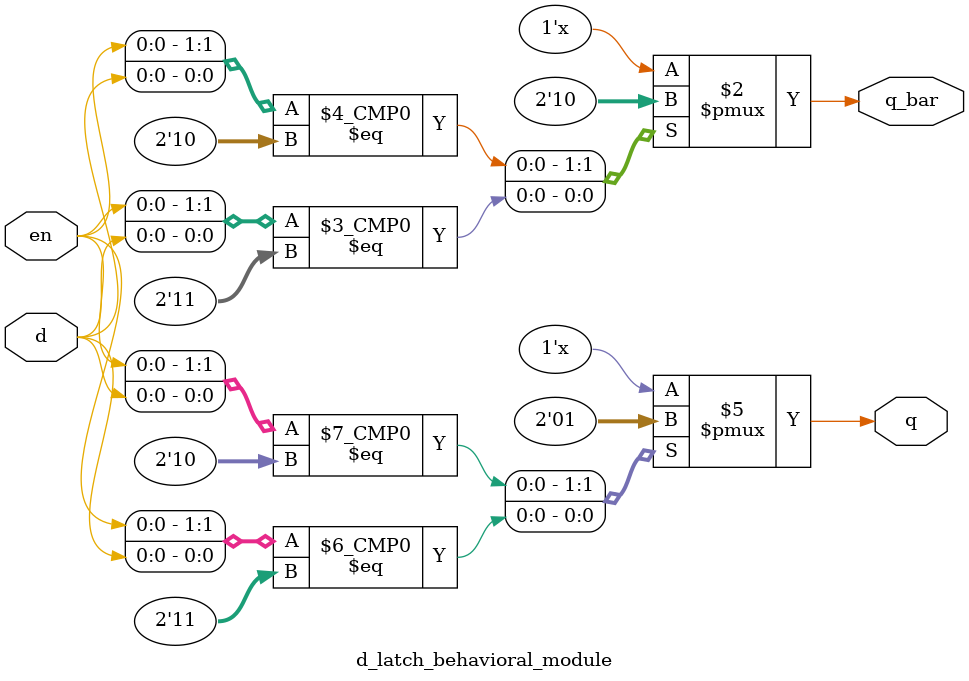
<source format=v>

module d_latch_behavioral_module (d, en, q, q_bar);
	input d;
	input en; //enable

	output q, q_bar;
	reg q, q_bar;
	
	always @ (d or en)
	begin
		casex({en, d})
		  2'b0x : begin q <= q; q_bar <= q_bar; end
		  2'b10 : begin q <= 1'b0; q_bar <= 1'b1; end
		  2'b11 : begin q <= 1'b1; q_bar <= 1'b0; end
		endcase
	end
endmodule

</source>
